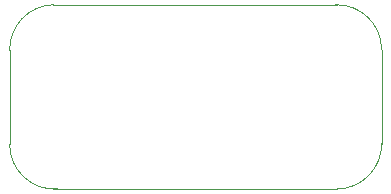
<source format=gko>
%TF.GenerationSoftware,KiCad,Pcbnew,4.0.5-e0-6337~49~ubuntu16.04.1*%
%TF.CreationDate,2017-01-29T13:31:36-08:00*%
%TF.ProjectId,2x4-12mm-Square-SMT-Pushbutton,3278342D31326D6D2D5371756172652D,v1.0*%
%TF.FileFunction,Profile,NP*%
%FSLAX46Y46*%
G04 Gerber Fmt 4.6, Leading zero omitted, Abs format (unit mm)*
G04 Created by KiCad (PCBNEW 4.0.5-e0-6337~49~ubuntu16.04.1) date Sun Jan 29 13:31:36 2017*
%MOMM*%
%LPD*%
G01*
G04 APERTURE LIST*
%ADD10C,0.350000*%
%ADD11C,0.040640*%
G04 APERTURE END LIST*
D10*
D11*
X127150320Y-92725080D02*
G75*
G03X123456952Y-96624900I106632J-3799820D01*
G01*
X123450320Y-104525080D02*
G75*
G03X127562144Y-108325080I3811824J0D01*
G01*
X151150320Y-108326396D02*
G75*
G03X154950320Y-104425080I0J3801316D01*
G01*
X154951636Y-96525080D02*
G75*
G03X151050320Y-92725080I-3801316J0D01*
G01*
X154950320Y-96525080D02*
X154950320Y-104525080D01*
X151150320Y-92725080D02*
X127150320Y-92725080D01*
X151150320Y-108325080D02*
X127150320Y-108325080D01*
X123450320Y-96525080D02*
X123450320Y-104525080D01*
M02*

</source>
